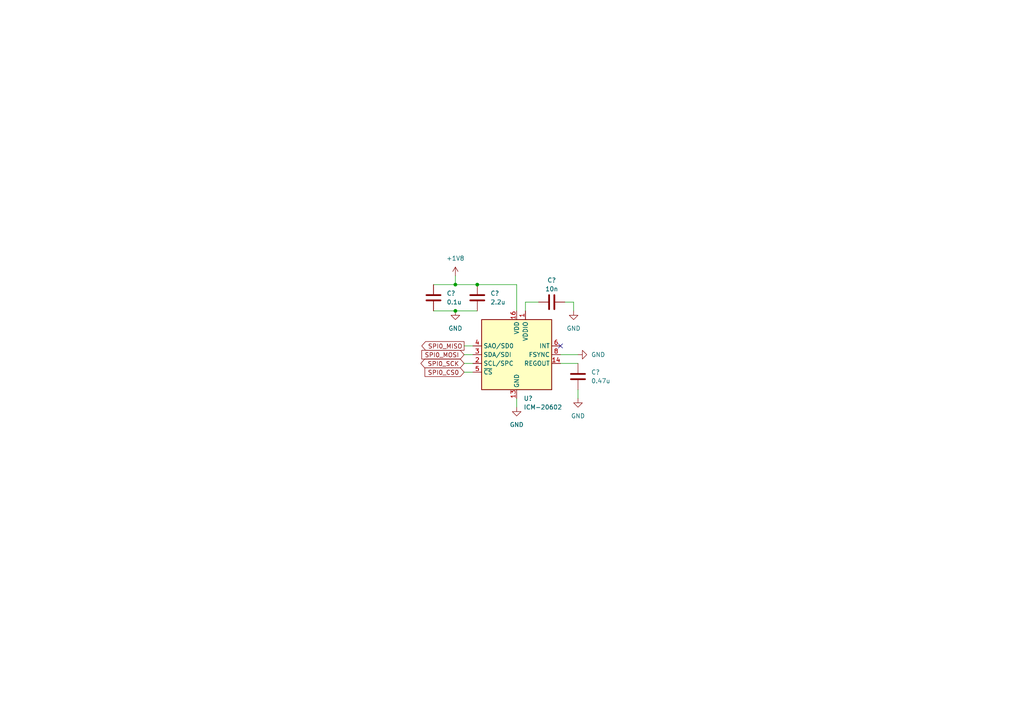
<source format=kicad_sch>
(kicad_sch (version 20211123) (generator eeschema)
  (paper "A4")
  (title_block (title "Inertial Measurement Unit (IMU)") (date "2022-09-18") (rev "1.0"))
  (lib_symbols
    (symbol "Device:C" (pin_numbers hide) (pin_names (offset 0.254))
      (property "Reference" "C" (at 0.635 2.54 0))
      (property "Value" "C" (at 0.635 -2.54 0))
      (symbol "C_0_1"
        (polyline (pts (xy -2.032 -0.762) (xy 2.032 -0.762)) (stroke (width 0.508)))
        (polyline (pts (xy -2.032 0.762) (xy 2.032 0.762)) (stroke (width 0.508)))
      )
      (symbol "C_1_1"
        (pin passive line (at 0 3.81 270) (length 2.794) (name "~") (number "1"))
        (pin passive line (at 0 -3.81 90) (length 2.794) (name "~") (number "2"))
      )
    )
    (symbol "Sensor_Motion:ICM-20602"
      (property "Reference" "U" (at -10.16 11.43 0))
      (property "Value" "ICM-20602" (at 10.16 11.43 0))
      (symbol "ICM-20602_0_1"
        (rectangle (start -10.16 10.16) (end 10.16 -10.16) (stroke (width 0.254)) (fill (type background)))
      )
      (symbol "ICM-20602_1_1"
        (pin power_in line (at 2.54 12.7 270) (length 2.54) (name "VDDIO") (number "1"))
        (pin passive line (at 0 -12.7 90) (length 2.54) hide (name "GND") (number "10"))
        (pin passive line (at 0 -12.7 90) (length 2.54) hide (name "GND") (number "11"))
        (pin passive line (at 0 -12.7 90) (length 2.54) hide (name "GND") (number "12"))
        (pin power_in line (at 0 -12.7 90) (length 2.54) (name "GND") (number "13"))
        (pin passive line (at 12.7 -2.54 180) (length 2.54) (name "REGOUT") (number "14"))
        (pin passive line (at 0 -12.7 90) (length 2.54) hide (name "GND") (number "15"))
        (pin power_in line (at 0 12.7 270) (length 2.54) (name "VDD") (number "16"))
        (pin input line (at -12.7 -2.54 0) (length 2.54) (name "SCL/SPC") (number "2"))
        (pin bidirectional line (at -12.7 0 0) (length 2.54) (name "SDA/SDI") (number "3"))
        (pin bidirectional line (at -12.7 2.54 0) (length 2.54) (name "SAO/SD0") (number "4"))
        (pin input line (at -12.7 -5.08 0) (length 2.54) (name "~{CS}") (number "5"))
        (pin output line (at 12.7 2.54 180) (length 2.54) (name "INT") (number "6"))
        (pin no_connect line (at -10.16 5.08 0) (length 2.54) hide (name "RESV") (number "7"))
        (pin input line (at 12.7 0 180) (length 2.54) (name "FSYNC") (number "8"))
        (pin passive line (at 0 -12.7 90) (length 2.54) hide (name "GND") (number "9"))
      )
    )
    (symbol "power:+1V8" (power) (pin_names (offset 0))
      (property "Value" "+1V8" (at 0 3.556 0))
      (symbol "+1V8_0_1"
        (polyline (pts (xy -0.762 1.27) (xy 0 2.54)))
        (polyline (pts (xy 0 0) (xy 0 2.54)))
        (polyline (pts (xy 0 2.54) (xy 0.762 1.27)))
      )
      (symbol "+1V8_1_1"
        (pin power_in line (at 0 0 90) (length 0) hide (name "+1V8") (number "1"))
      )
    )
    (symbol "power:GND" (power) (pin_names (offset 0))
      (property "Value" "GND" (at 0 -3.81 0))
      (symbol "GND_0_1"
        (polyline (pts (xy 0 0) (xy 0 -1.27) (xy 1.27 -1.27) (xy 0 -2.54) (xy -1.27 -1.27) (xy 0 -1.27)))
      )
      (symbol "GND_1_1"
        (pin power_in line (at 0 0 270) (length 0) hide (name "GND") (number "1"))
      )
    )
  )
  (junction (at 132.08 90.17))
  (junction (at 132.08 82.55))
  (junction (at 138.43 82.55))
  (no_connect (at 162.56 100.33))
  (wire (pts (xy 149.86 90.17) (xy 149.86 82.55)))
  (wire (pts (xy 134.62 105.41) (xy 137.16 105.41)))
  (wire (pts (xy 125.73 90.17) (xy 132.08 90.17)))
  (wire (pts (xy 134.62 100.33) (xy 137.16 100.33)))
  (wire (pts (xy 166.37 90.17) (xy 166.37 87.63)))
  (wire (pts (xy 162.56 102.87) (xy 167.64 102.87)))
  (wire (pts (xy 167.64 113.03) (xy 167.64 115.57)))
  (wire (pts (xy 162.56 105.41) (xy 167.64 105.41)))
  (wire (pts (xy 149.86 82.55) (xy 138.43 82.55)))
  (wire (pts (xy 134.62 107.95) (xy 137.16 107.95)))
  (wire (pts (xy 132.08 82.55) (xy 138.43 82.55)))
  (wire (pts (xy 166.37 87.63) (xy 163.83 87.63)))
  (wire (pts (xy 156.21 87.63) (xy 152.4 87.63)))
  (wire (pts (xy 132.08 80.01) (xy 132.08 82.55)))
  (wire (pts (xy 125.73 82.55) (xy 132.08 82.55)))
  (wire (pts (xy 152.4 87.63) (xy 152.4 90.17)))
  (wire (pts (xy 149.86 115.57) (xy 149.86 118.11)))
  (wire (pts (xy 134.62 102.87) (xy 137.16 102.87)))
  (wire (pts (xy 132.08 90.17) (xy 138.43 90.17)))
  (global_label "SPI0_MOSI" (shape input) (at 134.62 102.87 180) (property "Intersheet References" "${INTERSHEET_REFS}" (effects hide)))
  (global_label "SPI0_MISO" (shape output) (at 134.62 100.33 180) (property "Intersheet References" "${INTERSHEET_REFS}" (effects hide)))
  (global_label "SPI0_CS0" (shape input) (at 134.62 107.95 180) (property "Intersheet References" "${INTERSHEET_REFS}" (effects hide)))
  (global_label "SPI0_SCK" (shape bidirectional) (at 134.62 105.41 180) (property "Intersheet References" "${INTERSHEET_REFS}" (effects hide)))
  (symbol (lib_id "power:GND") (at 166.37 90.17 0) (unit 1)
    (property "Reference" "#PWR?" (effects hide))
    (property "Value" "GND" (at 166.37 95.25 0))
  )
  (symbol (lib_id "power:GND") (at 167.64 102.87 90) (unit 1)
    (property "Reference" "#PWR?" (effects hide))
    (property "Value" "GND" (at 171.45 102.8699 90) (effects (justify right)))
  )
  (symbol (lib_id "Device:C") (at 167.64 109.22 0) (unit 1)
    (property "Reference" "C?" (at 171.45 107.9499 0) (effects (justify left)))
    (property "Value" "0.47u" (at 171.45 110.4899 0) (effects (justify left)))
  )
  (symbol (lib_id "power:+1V8") (at 132.08 80.01 0) (unit 1)
    (property "Reference" "#PWR?" (effects hide))
    (property "Value" "+1V8" (at 132.08 74.93 0))
  )
  (symbol (lib_id "Device:C") (at 160.02 87.63 90) (unit 1)
    (property "Reference" "C?" (at 160.02 81.28 90))
    (property "Value" "10n" (at 160.02 83.82 90))
  )
  (symbol (lib_id "power:GND") (at 132.08 90.17 0) (unit 1)
    (property "Reference" "#PWR?" (effects hide))
    (property "Value" "GND" (at 132.08 95.25 0))
  )
  (symbol (lib_id "power:GND") (at 149.86 118.11 0) (unit 1)
    (property "Reference" "#PWR?" (effects hide))
    (property "Value" "GND" (at 149.86 123.19 0))
  )
  (symbol (lib_id "Device:C") (at 125.73 86.36 0) (unit 1)
    (property "Reference" "C?" (at 129.54 85.0899 0) (effects (justify left)))
    (property "Value" "0.1u" (at 129.54 87.6299 0) (effects (justify left)))
  )
  (symbol (lib_id "power:GND") (at 167.64 115.57 0) (unit 1)
    (property "Reference" "#PWR?" (effects hide))
    (property "Value" "GND" (at 167.64 120.65 0))
  )
  (symbol (lib_id "Sensor_Motion:ICM-20602") (at 149.86 102.87 0) (unit 1)
    (property "Reference" "U?" (at 151.8794 115.57 0) (effects (justify left)))
    (property "Value" "ICM-20602" (at 151.8794 118.11 0) (effects (justify left)))
    (property "Footprint" "Package_LGA:LGA-16_3x3mm_P0.5mm_LayoutBorder3x5y" (effects hide))
    (property "Datasheet" "http://www.invensense.com/wp-content/uploads/2016/10/DS-000176-ICM-20602-v1.0.pdf" (effects hide))
  )
  (symbol (lib_id "Device:C") (at 138.43 86.36 0) (unit 1)
    (property "Reference" "C?" (at 142.24 85.0899 0) (effects (justify left)))
    (property "Value" "2.2u" (at 142.24 87.6299 0) (effects (justify left)))
  )
)
</source>
